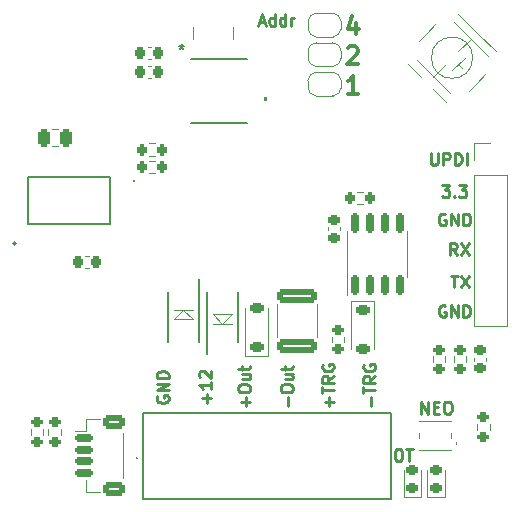
<source format=gto>
G04 #@! TF.GenerationSoftware,KiCad,Pcbnew,9.0.1*
G04 #@! TF.CreationDate,2025-05-14T09:26:50-05:00*
G04 #@! TF.ProjectId,Incipit11,496e6369-7069-4743-9131-2e6b69636164,A*
G04 #@! TF.SameCoordinates,Original*
G04 #@! TF.FileFunction,Legend,Top*
G04 #@! TF.FilePolarity,Positive*
%FSLAX46Y46*%
G04 Gerber Fmt 4.6, Leading zero omitted, Abs format (unit mm)*
G04 Created by KiCad (PCBNEW 9.0.1) date 2025-05-14 09:26:50*
%MOMM*%
%LPD*%
G01*
G04 APERTURE LIST*
G04 Aperture macros list*
%AMRoundRect*
0 Rectangle with rounded corners*
0 $1 Rounding radius*
0 $2 $3 $4 $5 $6 $7 $8 $9 X,Y pos of 4 corners*
0 Add a 4 corners polygon primitive as box body*
4,1,4,$2,$3,$4,$5,$6,$7,$8,$9,$2,$3,0*
0 Add four circle primitives for the rounded corners*
1,1,$1+$1,$2,$3*
1,1,$1+$1,$4,$5*
1,1,$1+$1,$6,$7*
1,1,$1+$1,$8,$9*
0 Add four rect primitives between the rounded corners*
20,1,$1+$1,$2,$3,$4,$5,0*
20,1,$1+$1,$4,$5,$6,$7,0*
20,1,$1+$1,$6,$7,$8,$9,0*
20,1,$1+$1,$8,$9,$2,$3,0*%
%AMFreePoly0*
4,1,23,0.500000,-0.750000,0.000000,-0.750000,0.000000,-0.745722,-0.065263,-0.745722,-0.191342,-0.711940,-0.304381,-0.646677,-0.396677,-0.554381,-0.461940,-0.441342,-0.495722,-0.315263,-0.495722,-0.250000,-0.500000,-0.250000,-0.500000,0.250000,-0.495722,0.250000,-0.495722,0.315263,-0.461940,0.441342,-0.396677,0.554381,-0.304381,0.646677,-0.191342,0.711940,-0.065263,0.745722,0.000000,0.745722,
0.000000,0.750000,0.500000,0.750000,0.500000,-0.750000,0.500000,-0.750000,$1*%
%AMFreePoly1*
4,1,23,0.000000,0.745722,0.065263,0.745722,0.191342,0.711940,0.304381,0.646677,0.396677,0.554381,0.461940,0.441342,0.495722,0.315263,0.495722,0.250000,0.500000,0.250000,0.500000,-0.250000,0.495722,-0.250000,0.495722,-0.315263,0.461940,-0.441342,0.396677,-0.554381,0.304381,-0.646677,0.191342,-0.711940,0.065263,-0.745722,0.000000,-0.745722,0.000000,-0.750000,-0.500000,-0.750000,
-0.500000,0.750000,0.000000,0.750000,0.000000,0.745722,0.000000,0.745722,$1*%
G04 Aperture macros list end*
%ADD10C,0.250000*%
%ADD11C,0.300000*%
%ADD12C,0.150000*%
%ADD13C,0.120000*%
%ADD14C,0.200000*%
%ADD15C,0.100000*%
%ADD16C,0.127000*%
%ADD17C,0.152400*%
%ADD18C,0.000000*%
%ADD19RoundRect,0.225000X-0.375000X0.225000X-0.375000X-0.225000X0.375000X-0.225000X0.375000X0.225000X0*%
%ADD20R,1.900000X1.600000*%
%ADD21RoundRect,0.200000X-0.275000X0.200000X-0.275000X-0.200000X0.275000X-0.200000X0.275000X0.200000X0*%
%ADD22RoundRect,0.200000X0.200000X0.275000X-0.200000X0.275000X-0.200000X-0.275000X0.200000X-0.275000X0*%
%ADD23C,1.650000*%
%ADD24RoundRect,0.250000X-1.450000X0.312500X-1.450000X-0.312500X1.450000X-0.312500X1.450000X0.312500X0*%
%ADD25FreePoly0,0.000000*%
%ADD26FreePoly1,0.000000*%
%ADD27R,3.000000X1.400000*%
%ADD28R,6.500000X6.000000*%
%ADD29RoundRect,0.225000X-0.250000X0.225000X-0.250000X-0.225000X0.250000X-0.225000X0.250000X0.225000X0*%
%ADD30R,1.700000X1.700000*%
%ADD31C,1.700000*%
%ADD32C,2.600000*%
%ADD33C,3.500000*%
%ADD34RoundRect,0.200000X0.275000X-0.200000X0.275000X0.200000X-0.275000X0.200000X-0.275000X-0.200000X0*%
%ADD35RoundRect,0.225000X-0.225000X-0.250000X0.225000X-0.250000X0.225000X0.250000X-0.225000X0.250000X0*%
%ADD36RoundRect,0.225000X0.250000X-0.225000X0.250000X0.225000X-0.250000X0.225000X-0.250000X-0.225000X0*%
%ADD37RoundRect,0.250000X0.250000X0.475000X-0.250000X0.475000X-0.250000X-0.475000X0.250000X-0.475000X0*%
%ADD38RoundRect,0.150000X0.150000X-0.675000X0.150000X0.675000X-0.150000X0.675000X-0.150000X-0.675000X0*%
%ADD39C,2.000000*%
%ADD40R,0.889000X1.473200*%
%ADD41R,3.149600X1.473200*%
%ADD42RoundRect,0.225000X0.225000X0.250000X-0.225000X0.250000X-0.225000X-0.250000X0.225000X-0.250000X0*%
%ADD43RoundRect,0.218750X0.256250X-0.218750X0.256250X0.218750X-0.256250X0.218750X-0.256250X-0.218750X0*%
%ADD44R,0.500000X0.800000*%
%ADD45R,0.400000X0.800000*%
%ADD46RoundRect,0.150000X-0.625000X0.150000X-0.625000X-0.150000X0.625000X-0.150000X0.625000X0.150000X0*%
%ADD47RoundRect,0.250000X-0.650000X0.350000X-0.650000X-0.350000X0.650000X-0.350000X0.650000X0.350000X0*%
%ADD48R,1.308100X0.355600*%
%ADD49R,1.000000X0.600000*%
%ADD50RoundRect,0.225000X0.375000X-0.225000X0.375000X0.225000X-0.375000X0.225000X-0.375000X-0.225000X0*%
G04 APERTURE END LIST*
D10*
X154968666Y-103226377D02*
X154968666Y-102464473D01*
X154349619Y-102131139D02*
X154349619Y-101559711D01*
X155349619Y-101845425D02*
X154349619Y-101845425D01*
X155349619Y-100654949D02*
X154873428Y-100988282D01*
X155349619Y-101226377D02*
X154349619Y-101226377D01*
X154349619Y-101226377D02*
X154349619Y-100845425D01*
X154349619Y-100845425D02*
X154397238Y-100750187D01*
X154397238Y-100750187D02*
X154444857Y-100702568D01*
X154444857Y-100702568D02*
X154540095Y-100654949D01*
X154540095Y-100654949D02*
X154682952Y-100654949D01*
X154682952Y-100654949D02*
X154778190Y-100702568D01*
X154778190Y-100702568D02*
X154825809Y-100750187D01*
X154825809Y-100750187D02*
X154873428Y-100845425D01*
X154873428Y-100845425D02*
X154873428Y-101226377D01*
X154397238Y-99702568D02*
X154349619Y-99797806D01*
X154349619Y-99797806D02*
X154349619Y-99940663D01*
X154349619Y-99940663D02*
X154397238Y-100083520D01*
X154397238Y-100083520D02*
X154492476Y-100178758D01*
X154492476Y-100178758D02*
X154587714Y-100226377D01*
X154587714Y-100226377D02*
X154778190Y-100273996D01*
X154778190Y-100273996D02*
X154921047Y-100273996D01*
X154921047Y-100273996D02*
X155111523Y-100226377D01*
X155111523Y-100226377D02*
X155206761Y-100178758D01*
X155206761Y-100178758D02*
X155302000Y-100083520D01*
X155302000Y-100083520D02*
X155349619Y-99940663D01*
X155349619Y-99940663D02*
X155349619Y-99845425D01*
X155349619Y-99845425D02*
X155302000Y-99702568D01*
X155302000Y-99702568D02*
X155254380Y-99654949D01*
X155254380Y-99654949D02*
X154921047Y-99654949D01*
X154921047Y-99654949D02*
X154921047Y-99845425D01*
X159238095Y-103849619D02*
X159238095Y-102849619D01*
X159238095Y-102849619D02*
X159809523Y-103849619D01*
X159809523Y-103849619D02*
X159809523Y-102849619D01*
X160285714Y-103325809D02*
X160619047Y-103325809D01*
X160761904Y-103849619D02*
X160285714Y-103849619D01*
X160285714Y-103849619D02*
X160285714Y-102849619D01*
X160285714Y-102849619D02*
X160761904Y-102849619D01*
X161380952Y-102849619D02*
X161571428Y-102849619D01*
X161571428Y-102849619D02*
X161666666Y-102897238D01*
X161666666Y-102897238D02*
X161761904Y-102992476D01*
X161761904Y-102992476D02*
X161809523Y-103182952D01*
X161809523Y-103182952D02*
X161809523Y-103516285D01*
X161809523Y-103516285D02*
X161761904Y-103706761D01*
X161761904Y-103706761D02*
X161666666Y-103802000D01*
X161666666Y-103802000D02*
X161571428Y-103849619D01*
X161571428Y-103849619D02*
X161380952Y-103849619D01*
X161380952Y-103849619D02*
X161285714Y-103802000D01*
X161285714Y-103802000D02*
X161190476Y-103706761D01*
X161190476Y-103706761D02*
X161142857Y-103516285D01*
X161142857Y-103516285D02*
X161142857Y-103182952D01*
X161142857Y-103182952D02*
X161190476Y-102992476D01*
X161190476Y-102992476D02*
X161285714Y-102897238D01*
X161285714Y-102897238D02*
X161380952Y-102849619D01*
D11*
X153890225Y-76750828D02*
X153033082Y-76750828D01*
X153461653Y-76750828D02*
X153461653Y-75250828D01*
X153461653Y-75250828D02*
X153318796Y-75465114D01*
X153318796Y-75465114D02*
X153175939Y-75607971D01*
X153175939Y-75607971D02*
X153033082Y-75679400D01*
D10*
X162242669Y-90419619D02*
X161909336Y-89943428D01*
X161671241Y-90419619D02*
X161671241Y-89419619D01*
X161671241Y-89419619D02*
X162052193Y-89419619D01*
X162052193Y-89419619D02*
X162147431Y-89467238D01*
X162147431Y-89467238D02*
X162195050Y-89514857D01*
X162195050Y-89514857D02*
X162242669Y-89610095D01*
X162242669Y-89610095D02*
X162242669Y-89752952D01*
X162242669Y-89752952D02*
X162195050Y-89848190D01*
X162195050Y-89848190D02*
X162147431Y-89895809D01*
X162147431Y-89895809D02*
X162052193Y-89943428D01*
X162052193Y-89943428D02*
X161671241Y-89943428D01*
X162576003Y-89419619D02*
X163242669Y-90419619D01*
X163242669Y-89419619D02*
X162576003Y-90419619D01*
D11*
X153033082Y-72893685D02*
X153104510Y-72822257D01*
X153104510Y-72822257D02*
X153247368Y-72750828D01*
X153247368Y-72750828D02*
X153604510Y-72750828D01*
X153604510Y-72750828D02*
X153747368Y-72822257D01*
X153747368Y-72822257D02*
X153818796Y-72893685D01*
X153818796Y-72893685D02*
X153890225Y-73036542D01*
X153890225Y-73036542D02*
X153890225Y-73179400D01*
X153890225Y-73179400D02*
X153818796Y-73393685D01*
X153818796Y-73393685D02*
X152961653Y-74250828D01*
X152961653Y-74250828D02*
X153890225Y-74250828D01*
X153747368Y-70750828D02*
X153747368Y-71750828D01*
X153390225Y-70179400D02*
X153033082Y-71250828D01*
X153033082Y-71250828D02*
X153961653Y-71250828D01*
D10*
X144368666Y-103242856D02*
X144368666Y-102480952D01*
X144749619Y-102861904D02*
X143987714Y-102861904D01*
X143749619Y-101814285D02*
X143749619Y-101623809D01*
X143749619Y-101623809D02*
X143797238Y-101528571D01*
X143797238Y-101528571D02*
X143892476Y-101433333D01*
X143892476Y-101433333D02*
X144082952Y-101385714D01*
X144082952Y-101385714D02*
X144416285Y-101385714D01*
X144416285Y-101385714D02*
X144606761Y-101433333D01*
X144606761Y-101433333D02*
X144702000Y-101528571D01*
X144702000Y-101528571D02*
X144749619Y-101623809D01*
X144749619Y-101623809D02*
X144749619Y-101814285D01*
X144749619Y-101814285D02*
X144702000Y-101909523D01*
X144702000Y-101909523D02*
X144606761Y-102004761D01*
X144606761Y-102004761D02*
X144416285Y-102052380D01*
X144416285Y-102052380D02*
X144082952Y-102052380D01*
X144082952Y-102052380D02*
X143892476Y-102004761D01*
X143892476Y-102004761D02*
X143797238Y-101909523D01*
X143797238Y-101909523D02*
X143749619Y-101814285D01*
X144082952Y-100528571D02*
X144749619Y-100528571D01*
X144082952Y-100957142D02*
X144606761Y-100957142D01*
X144606761Y-100957142D02*
X144702000Y-100909523D01*
X144702000Y-100909523D02*
X144749619Y-100814285D01*
X144749619Y-100814285D02*
X144749619Y-100671428D01*
X144749619Y-100671428D02*
X144702000Y-100576190D01*
X144702000Y-100576190D02*
X144654380Y-100528571D01*
X144082952Y-100195237D02*
X144082952Y-99814285D01*
X143749619Y-100052380D02*
X144606761Y-100052380D01*
X144606761Y-100052380D02*
X144702000Y-100004761D01*
X144702000Y-100004761D02*
X144749619Y-99909523D01*
X144749619Y-99909523D02*
X144749619Y-99814285D01*
X157223809Y-106849619D02*
X157414285Y-106849619D01*
X157414285Y-106849619D02*
X157509523Y-106897238D01*
X157509523Y-106897238D02*
X157604761Y-106992476D01*
X157604761Y-106992476D02*
X157652380Y-107182952D01*
X157652380Y-107182952D02*
X157652380Y-107516285D01*
X157652380Y-107516285D02*
X157604761Y-107706761D01*
X157604761Y-107706761D02*
X157509523Y-107802000D01*
X157509523Y-107802000D02*
X157414285Y-107849619D01*
X157414285Y-107849619D02*
X157223809Y-107849619D01*
X157223809Y-107849619D02*
X157128571Y-107802000D01*
X157128571Y-107802000D02*
X157033333Y-107706761D01*
X157033333Y-107706761D02*
X156985714Y-107516285D01*
X156985714Y-107516285D02*
X156985714Y-107182952D01*
X156985714Y-107182952D02*
X157033333Y-106992476D01*
X157033333Y-106992476D02*
X157128571Y-106897238D01*
X157128571Y-106897238D02*
X157223809Y-106849619D01*
X157938095Y-106849619D02*
X158509523Y-106849619D01*
X158223809Y-107849619D02*
X158223809Y-106849619D01*
X161288095Y-94717238D02*
X161192857Y-94669619D01*
X161192857Y-94669619D02*
X161050000Y-94669619D01*
X161050000Y-94669619D02*
X160907143Y-94717238D01*
X160907143Y-94717238D02*
X160811905Y-94812476D01*
X160811905Y-94812476D02*
X160764286Y-94907714D01*
X160764286Y-94907714D02*
X160716667Y-95098190D01*
X160716667Y-95098190D02*
X160716667Y-95241047D01*
X160716667Y-95241047D02*
X160764286Y-95431523D01*
X160764286Y-95431523D02*
X160811905Y-95526761D01*
X160811905Y-95526761D02*
X160907143Y-95622000D01*
X160907143Y-95622000D02*
X161050000Y-95669619D01*
X161050000Y-95669619D02*
X161145238Y-95669619D01*
X161145238Y-95669619D02*
X161288095Y-95622000D01*
X161288095Y-95622000D02*
X161335714Y-95574380D01*
X161335714Y-95574380D02*
X161335714Y-95241047D01*
X161335714Y-95241047D02*
X161145238Y-95241047D01*
X161764286Y-95669619D02*
X161764286Y-94669619D01*
X161764286Y-94669619D02*
X162335714Y-95669619D01*
X162335714Y-95669619D02*
X162335714Y-94669619D01*
X162811905Y-95669619D02*
X162811905Y-94669619D01*
X162811905Y-94669619D02*
X163050000Y-94669619D01*
X163050000Y-94669619D02*
X163192857Y-94717238D01*
X163192857Y-94717238D02*
X163288095Y-94812476D01*
X163288095Y-94812476D02*
X163335714Y-94907714D01*
X163335714Y-94907714D02*
X163383333Y-95098190D01*
X163383333Y-95098190D02*
X163383333Y-95241047D01*
X163383333Y-95241047D02*
X163335714Y-95431523D01*
X163335714Y-95431523D02*
X163288095Y-95526761D01*
X163288095Y-95526761D02*
X163192857Y-95622000D01*
X163192857Y-95622000D02*
X163050000Y-95669619D01*
X163050000Y-95669619D02*
X162811905Y-95669619D01*
X161002381Y-84519619D02*
X161621428Y-84519619D01*
X161621428Y-84519619D02*
X161288095Y-84900571D01*
X161288095Y-84900571D02*
X161430952Y-84900571D01*
X161430952Y-84900571D02*
X161526190Y-84948190D01*
X161526190Y-84948190D02*
X161573809Y-84995809D01*
X161573809Y-84995809D02*
X161621428Y-85091047D01*
X161621428Y-85091047D02*
X161621428Y-85329142D01*
X161621428Y-85329142D02*
X161573809Y-85424380D01*
X161573809Y-85424380D02*
X161526190Y-85472000D01*
X161526190Y-85472000D02*
X161430952Y-85519619D01*
X161430952Y-85519619D02*
X161145238Y-85519619D01*
X161145238Y-85519619D02*
X161050000Y-85472000D01*
X161050000Y-85472000D02*
X161002381Y-85424380D01*
X162050000Y-85424380D02*
X162097619Y-85472000D01*
X162097619Y-85472000D02*
X162050000Y-85519619D01*
X162050000Y-85519619D02*
X162002381Y-85472000D01*
X162002381Y-85472000D02*
X162050000Y-85424380D01*
X162050000Y-85424380D02*
X162050000Y-85519619D01*
X162430952Y-84519619D02*
X163049999Y-84519619D01*
X163049999Y-84519619D02*
X162716666Y-84900571D01*
X162716666Y-84900571D02*
X162859523Y-84900571D01*
X162859523Y-84900571D02*
X162954761Y-84948190D01*
X162954761Y-84948190D02*
X163002380Y-84995809D01*
X163002380Y-84995809D02*
X163049999Y-85091047D01*
X163049999Y-85091047D02*
X163049999Y-85329142D01*
X163049999Y-85329142D02*
X163002380Y-85424380D01*
X163002380Y-85424380D02*
X162954761Y-85472000D01*
X162954761Y-85472000D02*
X162859523Y-85519619D01*
X162859523Y-85519619D02*
X162573809Y-85519619D01*
X162573809Y-85519619D02*
X162478571Y-85472000D01*
X162478571Y-85472000D02*
X162430952Y-85424380D01*
X136897238Y-102361904D02*
X136849619Y-102457142D01*
X136849619Y-102457142D02*
X136849619Y-102599999D01*
X136849619Y-102599999D02*
X136897238Y-102742856D01*
X136897238Y-102742856D02*
X136992476Y-102838094D01*
X136992476Y-102838094D02*
X137087714Y-102885713D01*
X137087714Y-102885713D02*
X137278190Y-102933332D01*
X137278190Y-102933332D02*
X137421047Y-102933332D01*
X137421047Y-102933332D02*
X137611523Y-102885713D01*
X137611523Y-102885713D02*
X137706761Y-102838094D01*
X137706761Y-102838094D02*
X137802000Y-102742856D01*
X137802000Y-102742856D02*
X137849619Y-102599999D01*
X137849619Y-102599999D02*
X137849619Y-102504761D01*
X137849619Y-102504761D02*
X137802000Y-102361904D01*
X137802000Y-102361904D02*
X137754380Y-102314285D01*
X137754380Y-102314285D02*
X137421047Y-102314285D01*
X137421047Y-102314285D02*
X137421047Y-102504761D01*
X137849619Y-101885713D02*
X136849619Y-101885713D01*
X136849619Y-101885713D02*
X137849619Y-101314285D01*
X137849619Y-101314285D02*
X136849619Y-101314285D01*
X137849619Y-100838094D02*
X136849619Y-100838094D01*
X136849619Y-100838094D02*
X136849619Y-100599999D01*
X136849619Y-100599999D02*
X136897238Y-100457142D01*
X136897238Y-100457142D02*
X136992476Y-100361904D01*
X136992476Y-100361904D02*
X137087714Y-100314285D01*
X137087714Y-100314285D02*
X137278190Y-100266666D01*
X137278190Y-100266666D02*
X137421047Y-100266666D01*
X137421047Y-100266666D02*
X137611523Y-100314285D01*
X137611523Y-100314285D02*
X137706761Y-100361904D01*
X137706761Y-100361904D02*
X137802000Y-100457142D01*
X137802000Y-100457142D02*
X137849619Y-100599999D01*
X137849619Y-100599999D02*
X137849619Y-100838094D01*
X141068666Y-102933332D02*
X141068666Y-102171428D01*
X141449619Y-102552380D02*
X140687714Y-102552380D01*
X141449619Y-101171428D02*
X141449619Y-101742856D01*
X141449619Y-101457142D02*
X140449619Y-101457142D01*
X140449619Y-101457142D02*
X140592476Y-101552380D01*
X140592476Y-101552380D02*
X140687714Y-101647618D01*
X140687714Y-101647618D02*
X140735333Y-101742856D01*
X140544857Y-100790475D02*
X140497238Y-100742856D01*
X140497238Y-100742856D02*
X140449619Y-100647618D01*
X140449619Y-100647618D02*
X140449619Y-100409523D01*
X140449619Y-100409523D02*
X140497238Y-100314285D01*
X140497238Y-100314285D02*
X140544857Y-100266666D01*
X140544857Y-100266666D02*
X140640095Y-100219047D01*
X140640095Y-100219047D02*
X140735333Y-100219047D01*
X140735333Y-100219047D02*
X140878190Y-100266666D01*
X140878190Y-100266666D02*
X141449619Y-100838094D01*
X141449619Y-100838094D02*
X141449619Y-100219047D01*
X147968666Y-103242856D02*
X147968666Y-102480952D01*
X147349619Y-101814285D02*
X147349619Y-101623809D01*
X147349619Y-101623809D02*
X147397238Y-101528571D01*
X147397238Y-101528571D02*
X147492476Y-101433333D01*
X147492476Y-101433333D02*
X147682952Y-101385714D01*
X147682952Y-101385714D02*
X148016285Y-101385714D01*
X148016285Y-101385714D02*
X148206761Y-101433333D01*
X148206761Y-101433333D02*
X148302000Y-101528571D01*
X148302000Y-101528571D02*
X148349619Y-101623809D01*
X148349619Y-101623809D02*
X148349619Y-101814285D01*
X148349619Y-101814285D02*
X148302000Y-101909523D01*
X148302000Y-101909523D02*
X148206761Y-102004761D01*
X148206761Y-102004761D02*
X148016285Y-102052380D01*
X148016285Y-102052380D02*
X147682952Y-102052380D01*
X147682952Y-102052380D02*
X147492476Y-102004761D01*
X147492476Y-102004761D02*
X147397238Y-101909523D01*
X147397238Y-101909523D02*
X147349619Y-101814285D01*
X147682952Y-100528571D02*
X148349619Y-100528571D01*
X147682952Y-100957142D02*
X148206761Y-100957142D01*
X148206761Y-100957142D02*
X148302000Y-100909523D01*
X148302000Y-100909523D02*
X148349619Y-100814285D01*
X148349619Y-100814285D02*
X148349619Y-100671428D01*
X148349619Y-100671428D02*
X148302000Y-100576190D01*
X148302000Y-100576190D02*
X148254380Y-100528571D01*
X147682952Y-100195237D02*
X147682952Y-99814285D01*
X147349619Y-100052380D02*
X148206761Y-100052380D01*
X148206761Y-100052380D02*
X148302000Y-100004761D01*
X148302000Y-100004761D02*
X148349619Y-99909523D01*
X148349619Y-99909523D02*
X148349619Y-99814285D01*
X151468666Y-103226377D02*
X151468666Y-102464473D01*
X151849619Y-102845425D02*
X151087714Y-102845425D01*
X150849619Y-102131139D02*
X150849619Y-101559711D01*
X151849619Y-101845425D02*
X150849619Y-101845425D01*
X151849619Y-100654949D02*
X151373428Y-100988282D01*
X151849619Y-101226377D02*
X150849619Y-101226377D01*
X150849619Y-101226377D02*
X150849619Y-100845425D01*
X150849619Y-100845425D02*
X150897238Y-100750187D01*
X150897238Y-100750187D02*
X150944857Y-100702568D01*
X150944857Y-100702568D02*
X151040095Y-100654949D01*
X151040095Y-100654949D02*
X151182952Y-100654949D01*
X151182952Y-100654949D02*
X151278190Y-100702568D01*
X151278190Y-100702568D02*
X151325809Y-100750187D01*
X151325809Y-100750187D02*
X151373428Y-100845425D01*
X151373428Y-100845425D02*
X151373428Y-101226377D01*
X150897238Y-99702568D02*
X150849619Y-99797806D01*
X150849619Y-99797806D02*
X150849619Y-99940663D01*
X150849619Y-99940663D02*
X150897238Y-100083520D01*
X150897238Y-100083520D02*
X150992476Y-100178758D01*
X150992476Y-100178758D02*
X151087714Y-100226377D01*
X151087714Y-100226377D02*
X151278190Y-100273996D01*
X151278190Y-100273996D02*
X151421047Y-100273996D01*
X151421047Y-100273996D02*
X151611523Y-100226377D01*
X151611523Y-100226377D02*
X151706761Y-100178758D01*
X151706761Y-100178758D02*
X151802000Y-100083520D01*
X151802000Y-100083520D02*
X151849619Y-99940663D01*
X151849619Y-99940663D02*
X151849619Y-99845425D01*
X151849619Y-99845425D02*
X151802000Y-99702568D01*
X151802000Y-99702568D02*
X151754380Y-99654949D01*
X151754380Y-99654949D02*
X151421047Y-99654949D01*
X151421047Y-99654949D02*
X151421047Y-99845425D01*
X145490288Y-70713904D02*
X145966478Y-70713904D01*
X145395050Y-70999619D02*
X145728383Y-69999619D01*
X145728383Y-69999619D02*
X146061716Y-70999619D01*
X146823621Y-70999619D02*
X146823621Y-69999619D01*
X146823621Y-70952000D02*
X146728383Y-70999619D01*
X146728383Y-70999619D02*
X146537907Y-70999619D01*
X146537907Y-70999619D02*
X146442669Y-70952000D01*
X146442669Y-70952000D02*
X146395050Y-70904380D01*
X146395050Y-70904380D02*
X146347431Y-70809142D01*
X146347431Y-70809142D02*
X146347431Y-70523428D01*
X146347431Y-70523428D02*
X146395050Y-70428190D01*
X146395050Y-70428190D02*
X146442669Y-70380571D01*
X146442669Y-70380571D02*
X146537907Y-70332952D01*
X146537907Y-70332952D02*
X146728383Y-70332952D01*
X146728383Y-70332952D02*
X146823621Y-70380571D01*
X147728383Y-70999619D02*
X147728383Y-69999619D01*
X147728383Y-70952000D02*
X147633145Y-70999619D01*
X147633145Y-70999619D02*
X147442669Y-70999619D01*
X147442669Y-70999619D02*
X147347431Y-70952000D01*
X147347431Y-70952000D02*
X147299812Y-70904380D01*
X147299812Y-70904380D02*
X147252193Y-70809142D01*
X147252193Y-70809142D02*
X147252193Y-70523428D01*
X147252193Y-70523428D02*
X147299812Y-70428190D01*
X147299812Y-70428190D02*
X147347431Y-70380571D01*
X147347431Y-70380571D02*
X147442669Y-70332952D01*
X147442669Y-70332952D02*
X147633145Y-70332952D01*
X147633145Y-70332952D02*
X147728383Y-70380571D01*
X148204574Y-70999619D02*
X148204574Y-70332952D01*
X148204574Y-70523428D02*
X148252193Y-70428190D01*
X148252193Y-70428190D02*
X148299812Y-70380571D01*
X148299812Y-70380571D02*
X148395050Y-70332952D01*
X148395050Y-70332952D02*
X148490288Y-70332952D01*
X161288095Y-86967238D02*
X161192857Y-86919619D01*
X161192857Y-86919619D02*
X161050000Y-86919619D01*
X161050000Y-86919619D02*
X160907143Y-86967238D01*
X160907143Y-86967238D02*
X160811905Y-87062476D01*
X160811905Y-87062476D02*
X160764286Y-87157714D01*
X160764286Y-87157714D02*
X160716667Y-87348190D01*
X160716667Y-87348190D02*
X160716667Y-87491047D01*
X160716667Y-87491047D02*
X160764286Y-87681523D01*
X160764286Y-87681523D02*
X160811905Y-87776761D01*
X160811905Y-87776761D02*
X160907143Y-87872000D01*
X160907143Y-87872000D02*
X161050000Y-87919619D01*
X161050000Y-87919619D02*
X161145238Y-87919619D01*
X161145238Y-87919619D02*
X161288095Y-87872000D01*
X161288095Y-87872000D02*
X161335714Y-87824380D01*
X161335714Y-87824380D02*
X161335714Y-87491047D01*
X161335714Y-87491047D02*
X161145238Y-87491047D01*
X161764286Y-87919619D02*
X161764286Y-86919619D01*
X161764286Y-86919619D02*
X162335714Y-87919619D01*
X162335714Y-87919619D02*
X162335714Y-86919619D01*
X162811905Y-87919619D02*
X162811905Y-86919619D01*
X162811905Y-86919619D02*
X163050000Y-86919619D01*
X163050000Y-86919619D02*
X163192857Y-86967238D01*
X163192857Y-86967238D02*
X163288095Y-87062476D01*
X163288095Y-87062476D02*
X163335714Y-87157714D01*
X163335714Y-87157714D02*
X163383333Y-87348190D01*
X163383333Y-87348190D02*
X163383333Y-87491047D01*
X163383333Y-87491047D02*
X163335714Y-87681523D01*
X163335714Y-87681523D02*
X163288095Y-87776761D01*
X163288095Y-87776761D02*
X163192857Y-87872000D01*
X163192857Y-87872000D02*
X163050000Y-87919619D01*
X163050000Y-87919619D02*
X162811905Y-87919619D01*
X160049813Y-81799619D02*
X160049813Y-82609142D01*
X160049813Y-82609142D02*
X160097432Y-82704380D01*
X160097432Y-82704380D02*
X160145051Y-82752000D01*
X160145051Y-82752000D02*
X160240289Y-82799619D01*
X160240289Y-82799619D02*
X160430765Y-82799619D01*
X160430765Y-82799619D02*
X160526003Y-82752000D01*
X160526003Y-82752000D02*
X160573622Y-82704380D01*
X160573622Y-82704380D02*
X160621241Y-82609142D01*
X160621241Y-82609142D02*
X160621241Y-81799619D01*
X161097432Y-82799619D02*
X161097432Y-81799619D01*
X161097432Y-81799619D02*
X161478384Y-81799619D01*
X161478384Y-81799619D02*
X161573622Y-81847238D01*
X161573622Y-81847238D02*
X161621241Y-81894857D01*
X161621241Y-81894857D02*
X161668860Y-81990095D01*
X161668860Y-81990095D02*
X161668860Y-82132952D01*
X161668860Y-82132952D02*
X161621241Y-82228190D01*
X161621241Y-82228190D02*
X161573622Y-82275809D01*
X161573622Y-82275809D02*
X161478384Y-82323428D01*
X161478384Y-82323428D02*
X161097432Y-82323428D01*
X162097432Y-82799619D02*
X162097432Y-81799619D01*
X162097432Y-81799619D02*
X162335527Y-81799619D01*
X162335527Y-81799619D02*
X162478384Y-81847238D01*
X162478384Y-81847238D02*
X162573622Y-81942476D01*
X162573622Y-81942476D02*
X162621241Y-82037714D01*
X162621241Y-82037714D02*
X162668860Y-82228190D01*
X162668860Y-82228190D02*
X162668860Y-82371047D01*
X162668860Y-82371047D02*
X162621241Y-82561523D01*
X162621241Y-82561523D02*
X162573622Y-82656761D01*
X162573622Y-82656761D02*
X162478384Y-82752000D01*
X162478384Y-82752000D02*
X162335527Y-82799619D01*
X162335527Y-82799619D02*
X162097432Y-82799619D01*
X163097432Y-82799619D02*
X163097432Y-81799619D01*
X161766479Y-92169619D02*
X162337907Y-92169619D01*
X162052193Y-93169619D02*
X162052193Y-92169619D01*
X162576003Y-92169619D02*
X163242669Y-93169619D01*
X163242669Y-92169619D02*
X162576003Y-93169619D01*
D12*
X138955150Y-72556219D02*
X138955150Y-72794314D01*
X138717055Y-72699076D02*
X138955150Y-72794314D01*
X138955150Y-72794314D02*
X139193245Y-72699076D01*
X138812293Y-72984790D02*
X138955150Y-72794314D01*
X138955150Y-72794314D02*
X139098007Y-72984790D01*
X138955150Y-72556219D02*
X138955150Y-72794314D01*
X138717055Y-72699076D02*
X138955150Y-72794314D01*
X138955150Y-72794314D02*
X139193245Y-72699076D01*
X138812293Y-72984790D02*
X138955150Y-72794314D01*
X138955150Y-72794314D02*
X139098007Y-72984790D01*
D13*
X153270000Y-94340000D02*
X153270000Y-98350000D01*
X155270000Y-94340000D02*
X153270000Y-94340000D01*
X155270000Y-94340000D02*
X155270000Y-98350000D01*
D14*
X141100000Y-98810000D02*
X141100000Y-93550000D01*
D15*
X141600000Y-95450000D02*
X142400000Y-96250000D01*
X141600000Y-95450000D02*
X143200000Y-95450000D01*
X142400000Y-96250000D02*
X141600000Y-95450000D01*
X142400000Y-96250000D02*
X141600000Y-96250000D01*
X142400000Y-96250000D02*
X143200000Y-95450000D01*
X142400000Y-96250000D02*
X143200000Y-96250000D01*
D14*
X143700000Y-97750000D02*
X143700000Y-93550000D01*
D13*
X127677500Y-105162742D02*
X127677500Y-105637258D01*
X128722500Y-105162742D02*
X128722500Y-105637258D01*
X163977500Y-104762742D02*
X163977500Y-105237258D01*
X165022500Y-104762742D02*
X165022500Y-105237258D01*
X136662258Y-80977500D02*
X136187742Y-80977500D01*
X136662258Y-82022500D02*
X136187742Y-82022500D01*
D15*
X135100000Y-107600000D02*
X135100000Y-107600000D01*
X135200000Y-107600000D02*
X135200000Y-107600000D01*
D14*
X135650000Y-103760000D02*
X156650000Y-103760000D01*
X135650000Y-111050000D02*
X135650000Y-103760000D01*
X156650000Y-103760000D02*
X156650000Y-111050000D01*
X156650000Y-111050000D02*
X135650000Y-111050000D01*
D15*
X135100000Y-107600000D02*
G75*
G02*
X135200000Y-107600000I50000J0D01*
G01*
X135200000Y-107600000D02*
G75*
G02*
X135100000Y-107600000I-50000J0D01*
G01*
D14*
X137800000Y-93550000D02*
X137800000Y-97750000D01*
D15*
X139100000Y-95050000D02*
X138300000Y-95050000D01*
X139100000Y-95050000D02*
X138300000Y-95850000D01*
X139100000Y-95050000D02*
X139900000Y-95050000D01*
X139100000Y-95050000D02*
X139900000Y-95850000D01*
X139900000Y-95850000D02*
X138300000Y-95850000D01*
X139900000Y-95850000D02*
X139100000Y-95050000D01*
D14*
X140400000Y-92490000D02*
X140400000Y-97750000D01*
D13*
X154277258Y-85077500D02*
X153802742Y-85077500D01*
X154277258Y-86122500D02*
X153802742Y-86122500D01*
X146990000Y-94613748D02*
X146990000Y-97386252D01*
X150410000Y-94613748D02*
X150410000Y-97386252D01*
X149650000Y-71250000D02*
X149650000Y-70650000D01*
X150350000Y-69950000D02*
X151750000Y-69950000D01*
X151750000Y-71950000D02*
X150350000Y-71950000D01*
X152450000Y-70650000D02*
X152450000Y-71250000D01*
X149650000Y-70650000D02*
G75*
G02*
X150350000Y-69950000I699999J1D01*
G01*
X150350000Y-71950000D02*
G75*
G02*
X149650000Y-71250000I-1J699999D01*
G01*
X151750000Y-69950000D02*
G75*
G02*
X152450000Y-70650000I0J-700000D01*
G01*
X152450000Y-71250000D02*
G75*
G02*
X151750000Y-71950000I-700000J0D01*
G01*
X136662258Y-82477500D02*
X136187742Y-82477500D01*
X136662258Y-83522500D02*
X136187742Y-83522500D01*
D16*
X134983500Y-84150000D02*
G75*
G02*
X134856500Y-84150000I-63500J0D01*
G01*
X134856500Y-84150000D02*
G75*
G02*
X134983500Y-84150000I63500J0D01*
G01*
D13*
X151330000Y-88059420D02*
X151330000Y-88340580D01*
X152350000Y-88059420D02*
X152350000Y-88340580D01*
X163720000Y-80970000D02*
X165100000Y-80970000D01*
X163720000Y-82350000D02*
X163720000Y-80970000D01*
X163720000Y-83620000D02*
X163720000Y-96430000D01*
X163720000Y-83620000D02*
X166480000Y-83620000D01*
X163720000Y-96430000D02*
X166480000Y-96430000D01*
X166480000Y-83620000D02*
X166480000Y-96430000D01*
X161977500Y-99487258D02*
X161977500Y-99012742D01*
X163022500Y-99487258D02*
X163022500Y-99012742D01*
X149650000Y-76250000D02*
X149650000Y-75650000D01*
X150350000Y-74950000D02*
X151750000Y-74950000D01*
X151750000Y-76950000D02*
X150350000Y-76950000D01*
X152450000Y-75650000D02*
X152450000Y-76250000D01*
X149650000Y-75650000D02*
G75*
G02*
X150350000Y-74950000I699999J1D01*
G01*
X150350000Y-76950000D02*
G75*
G02*
X149650000Y-76250000I-1J699999D01*
G01*
X151750000Y-74950000D02*
G75*
G02*
X152450000Y-75650000I0J-700000D01*
G01*
X152450000Y-76250000D02*
G75*
G02*
X151750000Y-76950000I-700000J0D01*
G01*
X136070520Y-72840000D02*
X136351680Y-72840000D01*
X136070520Y-73860000D02*
X136351680Y-73860000D01*
X163740000Y-99390580D02*
X163740000Y-99109420D01*
X164760000Y-99390580D02*
X164760000Y-99109420D01*
X128511252Y-79765000D02*
X127988748Y-79765000D01*
X128511252Y-81235000D02*
X127988748Y-81235000D01*
X152945000Y-90375000D02*
X152945000Y-88425000D01*
X152945000Y-90375000D02*
X152945000Y-93825000D01*
X158065000Y-90375000D02*
X158065000Y-88425000D01*
X158065000Y-90375000D02*
X158065000Y-92325000D01*
X126177500Y-105162742D02*
X126177500Y-105637258D01*
X127222500Y-105162742D02*
X127222500Y-105637258D01*
D15*
X159197069Y-75312272D02*
X158136408Y-74251612D01*
X159727399Y-71599962D02*
X159020292Y-72307068D01*
X159727399Y-71599962D02*
X160434505Y-70892855D01*
X160257729Y-76372932D02*
X161318389Y-77433593D01*
X161318389Y-74251612D02*
X160257729Y-75312272D01*
X161671942Y-76726486D02*
X158843515Y-73898059D01*
X161848719Y-74781942D02*
X162909379Y-73721282D01*
X162025496Y-70716078D02*
X163439709Y-72130292D01*
X162379049Y-73190952D02*
X163439709Y-72130292D01*
X162379049Y-74251612D02*
X162732602Y-74605165D01*
X163970039Y-71599962D02*
X162379049Y-70008971D01*
X163970039Y-71599962D02*
X165561030Y-73190952D01*
X163970039Y-75842602D02*
X163262933Y-76549709D01*
X163970039Y-75842602D02*
X164677146Y-75135496D01*
X164853923Y-73544505D02*
X162025496Y-70716078D01*
X163598719Y-73721282D02*
G75*
G02*
X160098719Y-73721282I-1750000J0D01*
G01*
X160098719Y-73721282D02*
G75*
G02*
X163598719Y-73721282I1750000J0D01*
G01*
D13*
X136070520Y-74440000D02*
X136351680Y-74440000D01*
X136070520Y-75460000D02*
X136351680Y-75460000D01*
D17*
X125970200Y-83818800D02*
X125970200Y-87781200D01*
X125970200Y-87781200D02*
X132929800Y-87781200D01*
X132929800Y-83818800D02*
X125970200Y-83818800D01*
X132929800Y-87781200D02*
X132929800Y-83818800D01*
X124954200Y-89444900D02*
G75*
G02*
X124700200Y-89444900I-127000J0D01*
G01*
X124700200Y-89444900D02*
G75*
G02*
X124954200Y-89444900I127000J0D01*
G01*
D13*
X131090580Y-90490000D02*
X130809420Y-90490000D01*
X131090580Y-91510000D02*
X130809420Y-91510000D01*
X159765000Y-108600000D02*
X159765000Y-110885000D01*
X159765000Y-110885000D02*
X161235000Y-110885000D01*
X161235000Y-110885000D02*
X161235000Y-108600000D01*
X157765000Y-108600000D02*
X157765000Y-110885000D01*
X157765000Y-110885000D02*
X159235000Y-110885000D01*
X159235000Y-110885000D02*
X159235000Y-108600000D01*
X139931100Y-72150000D02*
X139931100Y-71150000D01*
X143291100Y-72150000D02*
X143291100Y-71150000D01*
X160227500Y-99012742D02*
X160227500Y-99487258D01*
X161272500Y-99012742D02*
X161272500Y-99487258D01*
X149650000Y-73750000D02*
X149650000Y-73150000D01*
X150350000Y-72450000D02*
X151750000Y-72450000D01*
X151750000Y-74450000D02*
X150350000Y-74450000D01*
X152450000Y-73150000D02*
X152450000Y-73750000D01*
X149650000Y-73150000D02*
G75*
G02*
X150350000Y-72450000I699999J1D01*
G01*
X150350000Y-74450000D02*
G75*
G02*
X149650000Y-73750000I-1J699999D01*
G01*
X151750000Y-72450000D02*
G75*
G02*
X152450000Y-73150000I0J-700000D01*
G01*
X152450000Y-73750000D02*
G75*
G02*
X151750000Y-74450000I-700000J0D01*
G01*
X130890000Y-104290000D02*
X130890000Y-105340000D01*
X130890000Y-105340000D02*
X129900000Y-105340000D01*
X130890000Y-110510000D02*
X130890000Y-109460000D01*
X132040000Y-104290000D02*
X130890000Y-104290000D01*
X132040000Y-110510000D02*
X130890000Y-110510000D01*
X134010000Y-105460000D02*
X134010000Y-109340000D01*
X151647500Y-97337742D02*
X151647500Y-97812258D01*
X152692500Y-97337742D02*
X152692500Y-97812258D01*
D17*
X139736200Y-79229700D02*
X144486000Y-79229700D01*
X144486000Y-73870300D02*
X139736200Y-73870300D01*
D18*
G36*
X146175100Y-77390499D02*
G01*
X145921100Y-77390499D01*
X145921100Y-77009499D01*
X146175100Y-77009499D01*
X146175100Y-77390499D01*
G37*
D15*
X159050000Y-104500000D02*
X161750000Y-104500000D01*
X159050000Y-105500000D02*
X159050000Y-105900000D01*
X159050000Y-106900000D02*
X161750000Y-106900000D01*
X161750000Y-105500000D02*
X161750000Y-105900000D01*
X162200000Y-106300000D02*
X162200000Y-106300000D01*
X162200000Y-106400000D02*
X162200000Y-106400000D01*
X162200000Y-106300000D02*
G75*
G02*
X162200000Y-106400000I0J-50000D01*
G01*
X162200000Y-106400000D02*
G75*
G02*
X162200000Y-106300000I0J50000D01*
G01*
D13*
X144300000Y-98960000D02*
X144300000Y-94950000D01*
X144300000Y-98960000D02*
X146300000Y-98960000D01*
X146300000Y-98960000D02*
X146300000Y-94950000D01*
%LPC*%
G36*
X150900000Y-70200000D02*
G01*
X151200000Y-70200000D01*
X151200000Y-71700000D01*
X150900000Y-71700000D01*
X150900000Y-70200000D01*
G37*
G36*
X150900000Y-75200000D02*
G01*
X151200000Y-75200000D01*
X151200000Y-76700000D01*
X150900000Y-76700000D01*
X150900000Y-75200000D01*
G37*
G36*
X150900000Y-72700000D02*
G01*
X151200000Y-72700000D01*
X151200000Y-74200000D01*
X150900000Y-74200000D01*
X150900000Y-72700000D01*
G37*
D19*
X154270000Y-95050000D03*
X154270000Y-98350000D03*
D20*
X142400000Y-97800000D03*
X142400000Y-93500000D03*
D21*
X128200000Y-104575000D03*
X128200000Y-106225000D03*
X164500000Y-104175000D03*
X164500000Y-105825000D03*
D22*
X137250000Y-81500000D03*
X135600000Y-81500000D03*
D23*
X137400000Y-107600000D03*
X140900000Y-107600000D03*
X144400000Y-107600000D03*
X147900000Y-107600000D03*
X151400000Y-107600000D03*
X154900000Y-107600000D03*
D20*
X139100000Y-93500000D03*
X139100000Y-97800000D03*
D22*
X154865000Y-85600000D03*
X153215000Y-85600000D03*
D24*
X148700000Y-93862500D03*
X148700000Y-98137500D03*
D25*
X150400000Y-70950000D03*
D26*
X151700000Y-70950000D03*
D22*
X137250000Y-83000000D03*
X135600000Y-83000000D03*
D27*
X136420000Y-85200000D03*
X136420000Y-89800000D03*
D28*
X142670000Y-87500000D03*
D29*
X151840000Y-87425000D03*
X151840000Y-88975000D03*
D30*
X165100000Y-82350000D03*
D31*
X165100000Y-84890000D03*
X165100000Y-87430000D03*
X165100000Y-89970000D03*
X165100000Y-92510000D03*
X165100000Y-95050000D03*
D32*
X128500000Y-76750000D03*
D33*
X128500000Y-76750000D03*
D34*
X162500000Y-100075000D03*
X162500000Y-98425000D03*
D25*
X150400000Y-75950000D03*
D26*
X151700000Y-75950000D03*
D35*
X135436100Y-73350000D03*
X136986100Y-73350000D03*
D36*
X164250000Y-100025000D03*
X164250000Y-98475000D03*
D37*
X129200000Y-80500000D03*
X127300000Y-80500000D03*
D38*
X153600000Y-93000000D03*
X154870000Y-93000000D03*
X156140000Y-93000000D03*
X157410000Y-93000000D03*
X157410000Y-87750000D03*
X156140000Y-87750000D03*
X154870000Y-87750000D03*
X153600000Y-87750000D03*
D21*
X126700000Y-104575000D03*
X126700000Y-106225000D03*
D39*
X162555826Y-77610369D03*
X157959632Y-73014175D03*
X165737806Y-74428389D03*
X161141612Y-69832195D03*
X158949581Y-76620420D03*
D35*
X135436100Y-74950000D03*
X136986100Y-74950000D03*
D32*
X128500000Y-99750000D03*
D33*
X128500000Y-99750000D03*
D40*
X127138600Y-89063900D03*
X129450000Y-89063900D03*
X131761400Y-89063900D03*
D41*
X129450000Y-82536100D03*
D42*
X131725000Y-91000000D03*
X130175000Y-91000000D03*
D43*
X160500000Y-110187500D03*
X160500000Y-108612500D03*
X158500000Y-110187500D03*
X158500000Y-108612500D03*
D44*
X142811100Y-70750000D03*
D45*
X142011100Y-70750000D03*
X141211100Y-70750000D03*
D44*
X140411100Y-70750000D03*
X140411100Y-72550000D03*
D45*
X141211100Y-72550000D03*
X142011100Y-72550000D03*
D44*
X142811100Y-72550000D03*
D21*
X160750000Y-98425000D03*
X160750000Y-100075000D03*
D25*
X150400000Y-73450000D03*
D26*
X151700000Y-73450000D03*
D46*
X130675000Y-105900000D03*
X130675000Y-106900000D03*
X130675000Y-107900000D03*
X130675000Y-108900000D03*
D47*
X133200000Y-104600000D03*
X133200000Y-110200000D03*
D21*
X152170000Y-96750000D03*
X152170000Y-98400000D03*
D32*
X158000000Y-96500000D03*
D33*
X158000000Y-96500000D03*
D48*
X139209150Y-74599999D03*
X139209150Y-75250000D03*
X139209150Y-75900001D03*
X139209150Y-76550000D03*
X139209150Y-77199999D03*
X139209150Y-77850000D03*
X139209150Y-78499999D03*
X145013050Y-78500001D03*
X145013050Y-77850000D03*
X145013050Y-77200001D03*
X145013050Y-76550000D03*
X145013050Y-75900001D03*
X145013050Y-75250000D03*
X145013050Y-74600001D03*
D49*
X161500000Y-106350000D03*
X161500000Y-105050000D03*
X159300000Y-105050000D03*
X159300000Y-106350000D03*
D50*
X145300000Y-98250000D03*
X145300000Y-94950000D03*
%LPD*%
M02*

</source>
